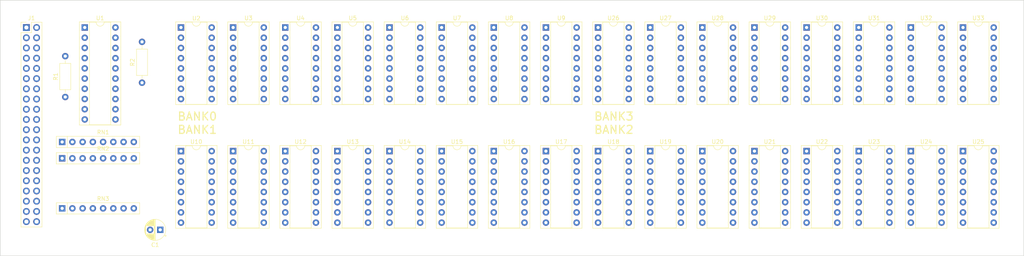
<source format=kicad_pcb>
(kicad_pcb (version 20211014) (generator pcbnew)
  (title_block (title "QX10 Titan QXPC Memory Board"))
  (layers (0 "F.Cu" signal) (31 "B.Cu" signal) (34 "B.Paste" user) (35 "F.Paste" user) (36 "B.SilkS" user "B.Silkscreen") (37 "F.SilkS" user "F.Silkscreen") (38 "B.Mask" user) (39 "F.Mask" user) (44 "Edge.Cuts" user))
  (net 0 "")
  (net 1 "+5V")
  (net 2 "GND")
  (net 3 "/DIN1")
  (net 4 "/DIN3")
  (net 5 "/DIN5")
  (net 6 "/DIN6")
  (net 7 "/DOUT5")
  (net 8 "/DOUT7")
  (net 9 "/DOUT3")
  (net 10 "/DOUT1")
  (net 11 "/~{WR}")
  (net 12 "/Q18")
  (net 13 "/MA3")
  (net 14 "/MA5")
  (net 15 "/MA0")
  (net 16 "/MA2")
  (net 17 "/~{CS7}")
  (net 18 "/~{CS1}")
  (net 19 "/~{CS4}")
  (net 20 "/~{CS8}")
  (net 21 "/~{CS6}")
  (net 22 "/~{CS5}")
  (net 23 "/~{CS3}")
  (net 24 "/~{CS2}")
  (net 25 "/MA4")
  (net 26 "/MA1")
  (net 27 "/MA6")
  (net 28 "/MA7")
  (net 29 "/~{Q18}")
  (net 30 "/~{RAS}")
  (net 31 "/DOUT2")
  (net 32 "/DOUT0")
  (net 33 "/DOUT6")
  (net 34 "/DOUT4")
  (net 35 "/DIN7")
  (net 36 "/DIN4")
  (net 37 "/DIN2")
  (net 38 "/DIN0")
  (net 39 "Net-(R1-Pad2)")
  (net 40 "/A2")
  (net 41 "/A0")
  (net 42 "/A1")
  (net 43 "/A6")
  (net 44 "/A7")
  (net 45 "/A5")
  (net 46 "/A4")
  (net 47 "/A3")
  (net 48 "/~{CAS3}")
  (net 49 "/~{CAS2}")
  (net 50 "/~{CAS0}")
  (net 51 "/~{CAS1}")
  (net 52 "/Q7")
  (net 53 "/Q3")
  (net 54 "/Q4")
  (net 55 "/Q0")
  (net 56 "/Q1")
  (net 57 "/Q2")
  (net 58 "/Q6")
  (net 59 "/Q5")
  (footprint "Package_DIP:DIP-16_W7.62mm_Socket" (layer "F.Cu") (at 230.21866 81.778)
    (fp_text reference "U28")
    (fp_text value "MT4264")
  )
  (footprint "Package_DIP:DIP-16_W7.62mm_Socket" (layer "F.Cu") (at 256.092792 81.778)
    (fp_text reference "U30")
    (fp_text value "MT4264")
  )
  (footprint "Package_DIP:DIP-16_W7.62mm_Socket" (layer "F.Cu") (at 165.53333 81.778)
    (fp_text reference "U7")
    (fp_text value "MT4264")
  )
  (footprint "Package_DIP:DIP-16_W7.62mm_Socket" (layer "F.Cu") (at 256.092792 112.512)
    (fp_text reference "U22")
    (fp_text value "MT4264")
  )
  (footprint "Package_DIP:DIP-16_W7.62mm_Socket" (layer "F.Cu") (at 100.848 81.778)
    (fp_text reference "U2")
    (fp_text value "MT4264")
  )
  (footprint "Package_DIP:DIP-16_W7.62mm_Socket" (layer "F.Cu") (at 178.470396 81.778)
    (fp_text reference "U8")
    (fp_text value "MT4264")
  )
  (footprint "Package_DIP:DIP-16_W7.62mm_Socket" (layer "F.Cu") (at 191.407462 81.778)
    (fp_text reference "U9")
    (fp_text value "MT4264")
  )
  (footprint "Package_DIP:DIP-16_W7.62mm_Socket" (layer "F.Cu") (at 243.155726 81.778)
    (fp_text reference "U29")
    (fp_text value "MT4264")
  )
  (footprint "Package_DIP:DIP-16_W7.62mm_Socket" (layer "F.Cu") (at 281.966924 112.512)
    (fp_text reference "U24")
    (fp_text value "MT4264")
  )
  (footprint "Resistor_THT:R_Axial_DIN0207_L6.3mm_D2.5mm_P10.16mm_Horizontal" (layer "F.Cu") (at 91.186 95.504 90)
    (fp_text reference "R2")
    (fp_text value "10")
  )
  (footprint "Package_DIP:DIP-16_W7.62mm_Socket" (layer "F.Cu") (at 126.722132 112.512)
    (fp_text reference "U12")
    (fp_text value "MT4264")
  )
  (footprint "Package_DIP:DIP-16_W7.62mm_Socket" (layer "F.Cu") (at 230.21866 112.512)
    (fp_text reference "U20")
    (fp_text value "MT4264")
  )
  (footprint "Package_DIP:DIP-16_W7.62mm_Socket" (layer "F.Cu") (at 100.848 112.512)
    (fp_text reference "U10")
    (fp_text value "MT4264")
  )
  (footprint "Package_DIP:DIP-16_W7.62mm_Socket" (layer "F.Cu") (at 126.722132 81.778)
    (fp_text reference "U4")
    (fp_text value "MT4264")
  )
  (footprint "Resistor_THT:R_Axial_DIN0207_L6.3mm_D2.5mm_P10.16mm_Horizontal" (layer "F.Cu") (at 72.136 99.06 90)
    (fp_text reference "R1")
    (fp_text value "100")
  )
  (footprint "Package_DIP:DIP-16_W7.62mm_Socket" (layer "F.Cu") (at 165.53333 112.512)
    (fp_text reference "U15")
    (fp_text value "MT4264")
  )
  (footprint "Package_DIP:DIP-20_W7.62mm_Socket" (layer "F.Cu") (at 76.972 81.778)
    (fp_text reference "U1")
    (fp_text value "74LS244")
  )
  (footprint "Package_DIP:DIP-16_W7.62mm_Socket" (layer "F.Cu") (at 294.904 112.512)
    (fp_text reference "U25")
    (fp_text value "MT4264")
  )
  (footprint "Package_DIP:DIP-16_W7.62mm_Socket" (layer "F.Cu") (at 178.470396 112.512)
    (fp_text reference "U16")
    (fp_text value "MT4264")
  )
  (footprint "Connector_PinHeader_2.54mm:PinHeader_2x20_P2.54mm_Vertical" (layer "F.Cu") (at 62.484 81.788)
    (fp_text reference "J1")
    (fp_text value "QX-PC Connector")
  )
  (footprint "Package_DIP:DIP-16_W7.62mm_Socket" (layer "F.Cu") (at 217.281594 112.512)
    (fp_text reference "U19")
    (fp_text value "MT4264")
  )
  (footprint "Package_DIP:DIP-16_W7.62mm_Socket" (layer "F.Cu") (at 269.029858 112.512)
    (fp_text reference "U23")
    (fp_text value "MT4264")
  )
  (footprint "Package_DIP:DIP-16_W7.62mm_Socket" (layer "F.Cu") (at 152.596264 81.778)
    (fp_text reference "U6")
    (fp_text value "MT4264")
  )
  (footprint "Package_DIP:DIP-16_W7.62mm_Socket" (layer "F.Cu") (at 152.596264 112.512)
    (fp_text reference "U14")
    (fp_text value "MT4264")
  )
  (footprint "Resistor_THT:R_Array_SIP8" (layer "F.Cu") (at 71.364 126.746)
    (fp_text reference "RN3")
    (fp_text value "100")
  )
  (footprint "Package_DIP:DIP-16_W7.62mm_Socket" (layer "F.Cu") (at 269.029858 81.778)
    (fp_text reference "U31")
    (fp_text value "MT4264")
  )
  (footprint "Package_DIP:DIP-16_W7.62mm_Socket" (layer "F.Cu") (at 294.904 81.778)
    (fp_text reference "U33")
    (fp_text value "MT4264")
  )
  (footprint "Package_DIP:DIP-16_W7.62mm_Socket" (layer "F.Cu") (at 113.785066 81.778)
    (fp_text reference "U3")
    (fp_text value "MT4264")
  )
  (footprint "Resistor_THT:R_Array_SIP8" (layer "F.Cu") (at 71.364 110.236)
    (fp_text reference "RN1")
    (fp_text value "100")
  )
  (footprint "Package_DIP:DIP-16_W7.62mm_Socket" (layer "F.Cu") (at 113.785066 112.512)
    (fp_text reference "U11")
    (fp_text value "MT4264")
  )
  (footprint "Capacitor_THT:CP_Radial_D5.0mm_P2.50mm" (layer "F.Cu") (at 95.693113 132.08 180)
    (fp_text reference "C1")
    (fp_text value "Filter Cap")
  )
  (footprint "Package_DIP:DIP-16_W7.62mm_Socket" (layer "F.Cu") (at 204.344528 81.778)
    (fp_text reference "U26")
    (fp_text value "MT4264")
  )
  (footprint "Package_DIP:DIP-16_W7.62mm_Socket" (layer "F.Cu") (at 243.155726 112.512)
    (fp_text reference "U21")
    (fp_text value "MT4264")
  )
  (footprint "Package_DIP:DIP-16_W7.62mm_Socket" (layer "F.Cu") (at 139.659198 112.512)
    (fp_text reference "U13")
    (fp_text value "MT4264")
  )
  (footprint "Resistor_THT:R_Array_SIP8" (layer "F.Cu") (at 71.364 114.3)
    (fp_text reference "RN2")
    (fp_text value "100")
  )
  (footprint "Package_DIP:DIP-16_W7.62mm_Socket" (layer "F.Cu") (at 217.281594 81.778)
    (fp_text reference "U27")
    (fp_text value "MT4264")
  )
  (footprint "Package_DIP:DIP-16_W7.62mm_Socket" (layer "F.Cu") (at 191.407462 112.512)
    (fp_text reference "U17")
    (fp_text value "MT4264")
  )
  (footprint "Package_DIP:DIP-16_W7.62mm_Socket" (layer "F.Cu") (at 139.659198 81.778)
    (fp_text reference "U5")
    (fp_text value "MT4264")
  )
  (footprint "Package_DIP:DIP-16_W7.62mm_Socket" (layer "F.Cu") (at 281.966924 81.778)
    (fp_text reference "U32")
    (fp_text value "MT4264")
  )
  (footprint "Package_DIP:DIP-16_W7.62mm_Socket" (layer "F.Cu") (at 204.344528 112.512)
    (fp_text reference "U18")
    (fp_text value "MT4264")
  )
  (gr_line (start 310 75) (end 310 138.5) (layer "Edge.Cuts") (width 0.12))
  (gr_line (start 56 75) (end 56 138.5) (layer "Edge.Cuts") (width 0.12))
  (gr_line (start 56 75) (end 310 75) (layer "Edge.Cuts") (width 0.12))
  (gr_line (start 56 138.5) (end 310 138.5) (layer "Edge.Cuts") (width 0.12))
  (gr_text "BANK0" (at 104.902 103.886) (layer "F.SilkS") (effects (font (size 2 2) (thickness 0.3))))
  (gr_text "BANK1" (at 104.902 107.188) (layer "F.SilkS") (effects (font (size 2 2) (thickness 0.3))))
  (gr_text "BANK2" (at 208.28 107.188) (layer "F.SilkS") (effects (font (size 2 2) (thickness 0.3))))
  (gr_text "BANK3" (at 208.28 103.886) (layer "F.SilkS") (effects (font (size 2 2) (thickness 0.3))))
)
</source>
